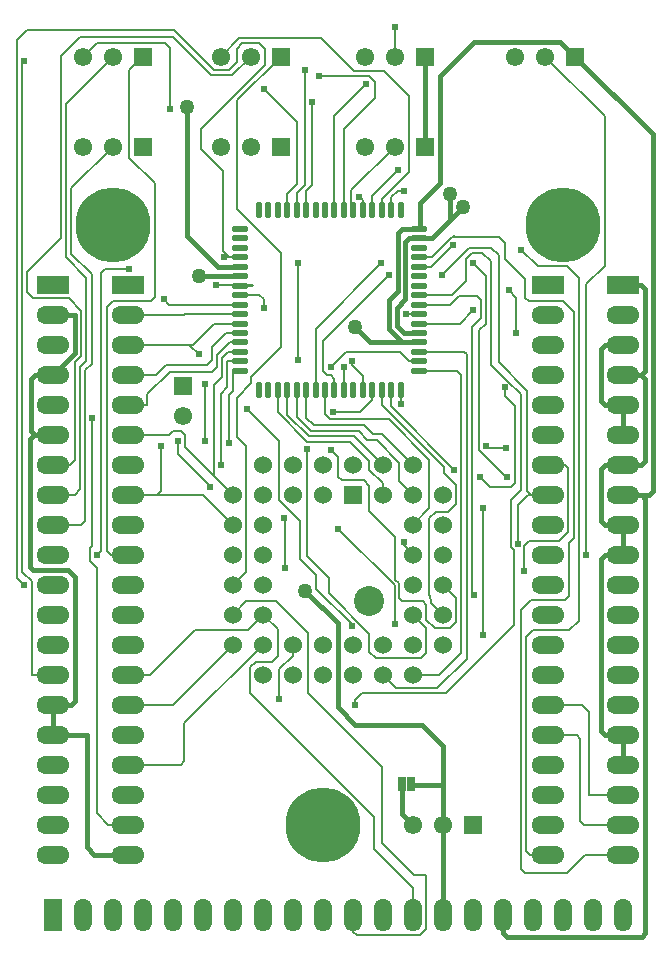
<source format=gbr>
%TF.GenerationSoftware,KiCad,Pcbnew,7.0.2*%
%TF.CreationDate,2023-05-23T14:23:01-07:00*%
%TF.ProjectId,CW308T_87C51,43573330-3854-45f3-9837-4335312e6b69,rev?*%
%TF.SameCoordinates,Original*%
%TF.FileFunction,Copper,L1,Top*%
%TF.FilePolarity,Positive*%
%FSLAX46Y46*%
G04 Gerber Fmt 4.6, Leading zero omitted, Abs format (unit mm)*
G04 Created by KiCad (PCBNEW 7.0.2) date 2023-05-23 14:23:01*
%MOMM*%
%LPD*%
G01*
G04 APERTURE LIST*
%TA.AperFunction,ComponentPad*%
%ADD10R,1.550000X1.550000*%
%TD*%
%TA.AperFunction,ComponentPad*%
%ADD11C,1.550000*%
%TD*%
%TA.AperFunction,ComponentPad*%
%ADD12R,1.524000X1.524000*%
%TD*%
%TA.AperFunction,ComponentPad*%
%ADD13C,1.524000*%
%TD*%
%TA.AperFunction,ComponentPad*%
%ADD14R,2.794000X1.524000*%
%TD*%
%TA.AperFunction,ComponentPad*%
%ADD15O,2.794000X1.524000*%
%TD*%
%TA.AperFunction,ComponentPad*%
%ADD16R,1.524000X2.794000*%
%TD*%
%TA.AperFunction,ComponentPad*%
%ADD17O,1.524000X2.794000*%
%TD*%
%TA.AperFunction,ComponentPad*%
%ADD18C,6.350000*%
%TD*%
%TA.AperFunction,SMDPad,CuDef*%
%ADD19R,0.635000X1.270000*%
%TD*%
%TA.AperFunction,SMDPad,CuDef*%
%ADD20O,0.550000X1.450000*%
%TD*%
%TA.AperFunction,SMDPad,CuDef*%
%ADD21O,1.450000X0.550000*%
%TD*%
%TA.AperFunction,ViaPad*%
%ADD22C,0.609600*%
%TD*%
%TA.AperFunction,ViaPad*%
%ADD23C,2.540000*%
%TD*%
%TA.AperFunction,ViaPad*%
%ADD24C,1.270000*%
%TD*%
%TA.AperFunction,Conductor*%
%ADD25C,0.177800*%
%TD*%
%TA.AperFunction,Conductor*%
%ADD26C,0.406400*%
%TD*%
G04 APERTURE END LIST*
D10*
%TO.P,J11,1,1*%
%TO.N,Net-(J10-VCC5.0V)*%
X83820000Y22860000D03*
D11*
%TO.P,J11,2,2*%
%TO.N,VCC*%
X81280000Y22860000D03*
%TO.P,J11,3,3*%
%TO.N,Net-(J10-VCC3.3V)*%
X78740000Y22860000D03*
%TD*%
D10*
%TO.P,J6,1,1*%
%TO.N,/CPU/51_RESET*%
X55880000Y80264000D03*
D11*
%TO.P,J6,2,2*%
%TO.N,/CPU/GPIO3*%
X53340000Y80264000D03*
%TO.P,J6,3,3*%
%TO.N,/CPU/AVR_GPIO3*%
X50800000Y80264000D03*
%TD*%
D12*
%TO.P,U1,1,NC/EPGND*%
%TO.N,unconnected-(U1-NC{slash}EPGND-Pad1)*%
X73660000Y50800000D03*
D13*
%TO.P,U1,2,P1.0/T2*%
%TO.N,/CPU/PA0*%
X71120000Y53340000D03*
%TO.P,U1,3,P1.1/T2EX*%
%TO.N,/CPU/PA1*%
X71120000Y50800000D03*
%TO.P,U1,4,P1.2*%
%TO.N,/CPU/PA2*%
X68580000Y53340000D03*
%TO.P,U1,5,P1.3*%
%TO.N,/CPU/PA3*%
X68580000Y50800000D03*
%TO.P,U1,6,P1.4*%
%TO.N,/CPU/PA4*%
X66040000Y53340000D03*
%TO.P,U1,7,P1.5*%
%TO.N,/CPU/PA5*%
X63500000Y50800000D03*
%TO.P,U1,8,P1.6*%
%TO.N,/CPU/PA6*%
X66040000Y50800000D03*
%TO.P,U1,9,P1.7*%
%TO.N,/CPU/PA7*%
X63500000Y48260000D03*
%TO.P,U1,10,RESET*%
%TO.N,/CPU/51_RESET*%
X66040000Y48260000D03*
%TO.P,U1,11,P3.0/RxD*%
%TO.N,/CPU/51_RX*%
X63500000Y45720000D03*
%TO.P,U1,12,NC*%
%TO.N,unconnected-(U1-NC-Pad12)*%
X66040000Y45720000D03*
%TO.P,U1,13,P3.1/TxD*%
%TO.N,/CPU/51_TX*%
X63500000Y43180000D03*
%TO.P,U1,14,P3.2/~{INT0}*%
%TO.N,Net-(U1-P3.2{slash}~{INT0})*%
X66040000Y43180000D03*
%TO.P,U1,15,P3.3/~{INT1}*%
%TO.N,/CPU/M0*%
X63500000Y40640000D03*
%TO.P,U1,16,P3.4/T0*%
%TO.N,/CPU/M1*%
X66040000Y40640000D03*
%TO.P,U1,17,P3.5/T1*%
%TO.N,/CPU/M2*%
X63500000Y38100000D03*
%TO.P,U1,18,P3.6/~{WR}*%
%TO.N,/CPU/P3.6*%
X66040000Y35560000D03*
%TO.P,U1,19,P3.7/~{RD}*%
%TO.N,/CPU/P3.7*%
X66040000Y38100000D03*
%TO.P,U1,20,XTAL2*%
%TO.N,Net-(U1-XTAL2)*%
X68580000Y35560000D03*
%TO.P,U1,21,XTAL1*%
%TO.N,Net-(U1-XTAL1)*%
X68580000Y38100000D03*
%TO.P,U1,22,GND*%
%TO.N,GND*%
X71120000Y35560000D03*
%TO.P,U1,23,NC*%
%TO.N,unconnected-(U1-NC-Pad23)*%
X71120000Y38100000D03*
%TO.P,U1,24,P2.0/A8*%
%TO.N,/CPU/PA8*%
X73660000Y35560000D03*
%TO.P,U1,25,P2.1/A9*%
%TO.N,/CPU/PA9*%
X73660000Y38100000D03*
%TO.P,U1,26,P2.2/A10*%
%TO.N,/CPU/PA10*%
X76200000Y35560000D03*
%TO.P,U1,27,P2.3/A11*%
%TO.N,/CPU/PA11*%
X76200000Y38100000D03*
%TO.P,U1,28,P2.4/A12*%
%TO.N,/CPU/LED2*%
X78740000Y35560000D03*
%TO.P,U1,29,P2.5/A13*%
%TO.N,/CPU/LED1*%
X81280000Y38100000D03*
%TO.P,U1,30,P2.6/A14*%
%TO.N,/CPU/P2.6*%
X78740000Y38100000D03*
%TO.P,U1,31,P2.7/A15*%
%TO.N,/CPU/P2.7*%
X81280000Y40640000D03*
%TO.P,U1,32,~{PSEN}*%
%TO.N,/CPU/PSEN*%
X78740000Y40640000D03*
%TO.P,U1,33,ALE/~{PROG}*%
%TO.N,/CPU/ALE{slash}PROG*%
X81280000Y43180000D03*
%TO.P,U1,34,NC*%
%TO.N,unconnected-(U1-NC-Pad34)*%
X78740000Y43180000D03*
%TO.P,U1,35,~{EA}/VPP*%
%TO.N,/CPU/EA{slash}VPP*%
X81280000Y45720000D03*
%TO.P,U1,36,P0.7/AD7*%
%TO.N,/CPU/PD7*%
X78740000Y45720000D03*
%TO.P,U1,37,P0.6/AD6*%
%TO.N,/CPU/PD6*%
X81280000Y48260000D03*
%TO.P,U1,38,P0.5/AD5*%
%TO.N,/CPU/PD5*%
X78740000Y48260000D03*
%TO.P,U1,39,P0.4/AD4*%
%TO.N,/CPU/PD4*%
X81280000Y50800000D03*
%TO.P,U1,40,P0.3/AD3*%
%TO.N,/CPU/PD3*%
X78740000Y53340000D03*
%TO.P,U1,41,P0.2/AD2*%
%TO.N,/CPU/PD2*%
X78740000Y50800000D03*
%TO.P,U1,42,P0.1/AD1*%
%TO.N,/CPU/PD1*%
X76200000Y53340000D03*
%TO.P,U1,43,P0.0/AD0*%
%TO.N,/CPU/PD0*%
X76200000Y50800000D03*
%TO.P,U1,44,VCC*%
%TO.N,/CPU/SHUNTL*%
X73660000Y53340000D03*
%TD*%
D10*
%TO.P,J1,1,1*%
%TO.N,GND*%
X79756000Y87884000D03*
D11*
%TO.P,J1,2,2*%
%TO.N,/CPU/AVR_MODE1*%
X77216000Y87884000D03*
%TO.P,J1,3,3*%
%TO.N,unconnected-(J1-Pad3)*%
X74676000Y87884000D03*
%TD*%
D14*
%TO.P,J10,A1,SPARE1*%
%TO.N,unconnected-(J10-SPARE1-PadA1)*%
X48260000Y68580000D03*
D15*
%TO.P,J10,A2,GND*%
%TO.N,GND*%
X48260000Y66040000D03*
%TO.P,J10,A3,CLKOUT(TO_TARGET)*%
%TO.N,/CWCONN/CLK*%
X48260000Y63500000D03*
%TO.P,J10,A4,GND*%
%TO.N,GND*%
X48260000Y60960000D03*
%TO.P,J10,A5,CLKIN(FROM_TARGET)*%
%TO.N,unconnected-(J10-CLKIN(FROM_TARGET)-PadA5)*%
X48260000Y58420000D03*
%TO.P,J10,A6,GND*%
%TO.N,GND*%
X48260000Y55880000D03*
%TO.P,J10,A7,GPIO1*%
%TO.N,/CWCONN/TX*%
X48260000Y53340000D03*
%TO.P,J10,A8,GPIO2*%
%TO.N,/CWCONN/RX*%
X48260000Y50800000D03*
%TO.P,J10,A9,GPIO3*%
%TO.N,/CWCONN/GPIO3*%
X48260000Y48260000D03*
%TO.P,J10,A10,GPIO4*%
%TO.N,/CWCONN/GPIO4*%
X48260000Y45720000D03*
%TO.P,J10,A11,nRST*%
%TO.N,/CWCONN/AVR_RST*%
X48260000Y43180000D03*
%TO.P,J10,A12,SCK*%
%TO.N,/CWCONN/SCK*%
X48260000Y40640000D03*
%TO.P,J10,A13,MISO*%
%TO.N,/CWCONN/MISO*%
X48260000Y38100000D03*
%TO.P,J10,A14,MOSI*%
%TO.N,/CWCONN/MOSI*%
X48260000Y35560000D03*
%TO.P,J10,A15,GND*%
%TO.N,GND*%
X48260000Y33020000D03*
%TO.P,J10,A16,GND*%
X48260000Y30480000D03*
%TO.P,J10,A17,PDIC*%
%TO.N,unconnected-(J10-PDIC-PadA17)*%
X48260000Y27940000D03*
%TO.P,J10,A18,PDID*%
%TO.N,unconnected-(J10-PDID-PadA18)*%
X48260000Y25400000D03*
%TO.P,J10,A19,SPARE2*%
%TO.N,unconnected-(J10-SPARE2-PadA19)*%
X48260000Y22860000D03*
%TO.P,J10,A20,VREF*%
%TO.N,VCC*%
X48260000Y20320000D03*
D16*
%TO.P,J10,B1,GND*%
%TO.N,unconnected-(J10-GND-PadB1)*%
X48260000Y15240000D03*
D17*
%TO.P,J10,B2,JTAG_TRST*%
%TO.N,unconnected-(J10-JTAG_TRST-PadB2)*%
X50800000Y15240000D03*
%TO.P,J10,B3,JTAG_TDI*%
%TO.N,unconnected-(J10-JTAG_TDI-PadB3)*%
X53340000Y15240000D03*
%TO.P,J10,B4,JTAG_TDO*%
%TO.N,unconnected-(J10-JTAG_TDO-PadB4)*%
X55880000Y15240000D03*
%TO.P,J10,B5,JTAG_TMS*%
%TO.N,unconnected-(J10-JTAG_TMS-PadB5)*%
X58420000Y15240000D03*
%TO.P,J10,B6,JTAG_TCK*%
%TO.N,unconnected-(J10-JTAG_TCK-PadB6)*%
X60960000Y15240000D03*
%TO.P,J10,B7,JTAG_VREF*%
%TO.N,unconnected-(J10-JTAG_VREF-PadB7)*%
X63500000Y15240000D03*
%TO.P,J10,B8,JTAG_nRST*%
%TO.N,unconnected-(J10-JTAG_nRST-PadB8)*%
X66040000Y15240000D03*
%TO.P,J10,B9,GND*%
%TO.N,unconnected-(J10-GND-PadB9)*%
X68580000Y15240000D03*
%TO.P,J10,B10,GND*%
%TO.N,unconnected-(J10-GND-PadB10)*%
X71120000Y15240000D03*
%TO.P,J10,B11,HDR1*%
%TO.N,/CWCONN/M0*%
X73660000Y15240000D03*
%TO.P,J10,B12,HDR2*%
%TO.N,VCC*%
X76200000Y15240000D03*
%TO.P,J10,B13,HDR3*%
%TO.N,/CWCONN/M1*%
X78740000Y15240000D03*
%TO.P,J10,B14,HDR4*%
%TO.N,VCC*%
X81280000Y15240000D03*
%TO.P,J10,B15,HDR5*%
%TO.N,/CWCONN/M2*%
X83820000Y15240000D03*
%TO.P,J10,B16,HDR6*%
%TO.N,VCC*%
X86360000Y15240000D03*
%TO.P,J10,B17,HDR7*%
%TO.N,unconnected-(J10-HDR7-PadB17)*%
X88900000Y15240000D03*
%TO.P,J10,B18,HDR8*%
%TO.N,unconnected-(J10-HDR8-PadB18)*%
X91440000Y15240000D03*
%TO.P,J10,B19,HDR9*%
%TO.N,unconnected-(J10-HDR9-PadB19)*%
X93980000Y15240000D03*
%TO.P,J10,B20,HDR10*%
%TO.N,unconnected-(J10-HDR10-PadB20)*%
X96520000Y15240000D03*
D14*
%TO.P,J10,C1,GND*%
%TO.N,GND*%
X96520000Y68580000D03*
D15*
%TO.P,J10,C2,SHUNTL*%
%TO.N,/CWCONN/SHUNTL*%
X96520000Y66040000D03*
%TO.P,J10,C3,SHUNTH*%
%TO.N,/CWCONN/SHUNTH*%
X96520000Y63500000D03*
%TO.P,J10,C4,GND*%
%TO.N,GND*%
X96520000Y60960000D03*
%TO.P,J10,C5,FILT_LP*%
%TO.N,/CWCONN/SHUNTH*%
X96520000Y58420000D03*
%TO.P,J10,C6,FILT_HP*%
X96520000Y55880000D03*
%TO.P,J10,C7,GND*%
%TO.N,GND*%
X96520000Y53340000D03*
%TO.P,J10,C8,FILTIN*%
%TO.N,VCC*%
X96520000Y50800000D03*
%TO.P,J10,C9,GND*%
%TO.N,GND*%
X96520000Y48260000D03*
%TO.P,J10,C10,GND*%
X96520000Y45720000D03*
%TO.P,J10,C11,VCC1.2V*%
%TO.N,unconnected-(J10-VCC1.2V-PadC11)*%
X96520000Y43180000D03*
%TO.P,J10,C12,VCC1.8V*%
%TO.N,unconnected-(J10-VCC1.8V-PadC12)*%
X96520000Y40640000D03*
%TO.P,J10,C13,VCC2.5V*%
%TO.N,unconnected-(J10-VCC2.5V-PadC13)*%
X96520000Y38100000D03*
%TO.P,J10,C14,VCC3.3V*%
%TO.N,Net-(J10-VCC3.3V)*%
X96520000Y35560000D03*
%TO.P,J10,C15,VCC5.0V*%
%TO.N,Net-(J10-VCC5.0V)*%
X96520000Y33020000D03*
%TO.P,J10,C16,GND*%
%TO.N,GND*%
X96520000Y30480000D03*
%TO.P,J10,C17,GND*%
X96520000Y27940000D03*
%TO.P,J10,C18,LED1*%
%TO.N,/CWCONN/LED1*%
X96520000Y25400000D03*
%TO.P,J10,C19,LED2*%
%TO.N,/CWCONN/LED2*%
X96520000Y22860000D03*
%TO.P,J10,C20,LED3*%
%TO.N,/CWCONN/LED3*%
X96520000Y20320000D03*
D18*
%TO.P,J10,MH1*%
%TO.N,N/C*%
X53340000Y73660000D03*
%TO.P,J10,MH2*%
X71120000Y22860000D03*
X91440000Y73660000D03*
%TD*%
D14*
%TO.P,J8,1*%
%TO.N,/CPU/SHUNTL*%
X90170000Y68580000D03*
D15*
%TO.P,J8,2*%
%TO.N,/CPU/PD0*%
X90170000Y66040000D03*
%TO.P,J8,3*%
%TO.N,/CPU/PD1*%
X90170000Y63500000D03*
%TO.P,J8,4*%
%TO.N,/CPU/PD2*%
X90170000Y60960000D03*
%TO.P,J8,5*%
%TO.N,/CPU/PD3*%
X90170000Y58420000D03*
%TO.P,J8,6*%
%TO.N,/CPU/PD4*%
X90170000Y55880000D03*
%TO.P,J8,7*%
%TO.N,/CPU/PD5*%
X90170000Y53340000D03*
%TO.P,J8,8*%
%TO.N,/CPU/PD6*%
X90170000Y50800000D03*
%TO.P,J8,9*%
%TO.N,/CPU/PD7*%
X90170000Y48260000D03*
%TO.P,J8,10*%
%TO.N,/CPU/EA{slash}VPP*%
X90170000Y45720000D03*
%TO.P,J8,11*%
%TO.N,/CPU/ALE{slash}PROG*%
X90170000Y43180000D03*
%TO.P,J8,12*%
%TO.N,/CPU/PSEN*%
X90170000Y40640000D03*
%TO.P,J8,13*%
%TO.N,/CPU/P2.7*%
X90170000Y38100000D03*
%TO.P,J8,14*%
%TO.N,/CPU/P2.6*%
X90170000Y35560000D03*
%TO.P,J8,15*%
%TO.N,/CPU/LED1*%
X90170000Y33020000D03*
%TO.P,J8,16*%
%TO.N,/CPU/LED2*%
X90170000Y30480000D03*
%TO.P,J8,17*%
%TO.N,/CPU/PA11*%
X90170000Y27940000D03*
%TO.P,J8,18*%
%TO.N,/CPU/PA10*%
X90170000Y25400000D03*
%TO.P,J8,19*%
%TO.N,/CPU/PA9*%
X90170000Y22860000D03*
%TO.P,J8,20*%
%TO.N,/CPU/PA8*%
X90170000Y20320000D03*
%TD*%
D10*
%TO.P,J5,1,1*%
%TO.N,/CPU/PA0*%
X67564000Y80264000D03*
D11*
%TO.P,J5,2,2*%
%TO.N,/CPU/GPIO4*%
X65024000Y80264000D03*
%TO.P,J5,3,3*%
%TO.N,/CPU/AVR_TRIG*%
X62484000Y80264000D03*
%TD*%
D10*
%TO.P,J3,1,1*%
%TO.N,/CPU/51_TX*%
X67564000Y87884000D03*
D11*
%TO.P,J3,2,2*%
%TO.N,/CPU/TX*%
X65024000Y87884000D03*
%TO.P,J3,3,3*%
%TO.N,/CPU/AVR_TX*%
X62484000Y87884000D03*
%TD*%
D10*
%TO.P,J4,1,1*%
%TO.N,/CPU/51_RX*%
X55880000Y87884000D03*
D11*
%TO.P,J4,2,2*%
%TO.N,/CPU/RX*%
X53340000Y87884000D03*
%TO.P,J4,3,3*%
%TO.N,/CPU/AVR_RX*%
X50800000Y87884000D03*
%TD*%
D19*
%TO.P,SJ1,1,1*%
%TO.N,Net-(J10-VCC3.3V)*%
X77788100Y26300000D03*
%TO.P,SJ1,2,2*%
%TO.N,VCC*%
X78611900Y26300000D03*
%TD*%
D10*
%TO.P,J7,1,1*%
%TO.N,GND*%
X79756000Y80264000D03*
D11*
%TO.P,J7,2,2*%
%TO.N,/CPU/AVR_MODE2*%
X77216000Y80264000D03*
%TO.P,J7,3,3*%
%TO.N,unconnected-(J7-Pad3)*%
X74676000Y80264000D03*
%TD*%
D14*
%TO.P,J9,1*%
%TO.N,/CPU/PA0*%
X54610000Y68580000D03*
D15*
%TO.P,J9,2*%
%TO.N,/CPU/PA1*%
X54610000Y66040000D03*
%TO.P,J9,3*%
%TO.N,/CPU/PA2*%
X54610000Y63500000D03*
%TO.P,J9,4*%
%TO.N,/CPU/PA3*%
X54610000Y60960000D03*
%TO.P,J9,5*%
%TO.N,/CPU/PA4*%
X54610000Y58420000D03*
%TO.P,J9,6*%
%TO.N,/CPU/PA5*%
X54610000Y55880000D03*
%TO.P,J9,7*%
%TO.N,/CPU/PA6*%
X54610000Y53340000D03*
%TO.P,J9,8*%
%TO.N,/CPU/PA7*%
X54610000Y50800000D03*
%TO.P,J9,9*%
%TO.N,/CPU/51_RESET*%
X54610000Y48260000D03*
%TO.P,J9,10*%
%TO.N,/CPU/51_RX*%
X54610000Y45720000D03*
%TO.P,J9,11*%
%TO.N,/CPU/51_TX*%
X54610000Y43180000D03*
%TO.P,J9,12*%
%TO.N,Net-(U1-P3.2{slash}~{INT0})*%
X54610000Y40640000D03*
%TO.P,J9,13*%
%TO.N,/CPU/M0*%
X54610000Y38100000D03*
%TO.P,J9,14*%
%TO.N,/CPU/M1*%
X54610000Y35560000D03*
%TO.P,J9,15*%
%TO.N,/CPU/M2*%
X54610000Y33020000D03*
%TO.P,J9,16*%
%TO.N,/CPU/P3.6*%
X54610000Y30480000D03*
%TO.P,J9,17*%
%TO.N,/CPU/P3.7*%
X54610000Y27940000D03*
%TO.P,J9,18*%
%TO.N,Net-(U1-XTAL2)*%
X54610000Y25400000D03*
%TO.P,J9,19*%
%TO.N,Net-(U1-XTAL1)*%
X54610000Y22860000D03*
%TO.P,J9,20*%
%TO.N,GND*%
X54610000Y20320000D03*
%TD*%
D20*
%TO.P,U3,1,DNC*%
%TO.N,unconnected-(U3-DNC-Pad1)*%
X77700020Y74899980D03*
%TO.P,U3,2,PE0_(RXD/PCINT0)*%
%TO.N,/CPU/AVR_RX*%
X76900020Y74899980D03*
%TO.P,U3,3,PE1_(TXD/PCINT1)*%
%TO.N,/CPU/AVR_TX*%
X76099980Y74899980D03*
%TO.P,U3,4,PE2_(XCK/AIN0/PCINT2)*%
%TO.N,/CPU/AVR_MODE1*%
X75299980Y74899980D03*
%TO.P,U3,5,PE3_(AIN1/PCINT3)*%
%TO.N,/CPU/AVR_TRIG*%
X74499980Y74899980D03*
%TO.P,U3,6,PE4_(USCK/SCL/PCINT4)*%
%TO.N,/CPU/AVR_MODE2*%
X73699980Y74899980D03*
%TO.P,U3,7,PE5_(DI/SDA/PCINT5)*%
%TO.N,/CPU/AVR_GPIO3*%
X72899980Y74899980D03*
%TO.P,U3,8,PE6_(DO/PCINT6)*%
%TO.N,/CPU/AVR_EA*%
X72099980Y74899980D03*
%TO.P,U3,9,PE7_(CLKO/PCINT7)*%
%TO.N,unconnected-(U3-PE7_(CLKO{slash}PCINT7)-Pad9)*%
X71299980Y74899980D03*
%TO.P,U3,10,PB0_(~{SS}/PCINT8)*%
%TO.N,unconnected-(U3-PB0_(~{SS}{slash}PCINT8)-Pad10)*%
X70499990Y74899980D03*
%TO.P,U3,11,PB1_(SCK/PCINT9)*%
%TO.N,/CPU/SCK*%
X69699990Y74899980D03*
%TO.P,U3,12,PB2_(MOSI/PCINT10)*%
%TO.N,/CPU/MOSI*%
X68899990Y74899980D03*
%TO.P,U3,13,PB3_(MISO/PCINT11)*%
%TO.N,/CPU/MISO*%
X68099990Y74899980D03*
%TO.P,U3,14,PB4_(OC0A/PCINT12)*%
%TO.N,unconnected-(U3-PB4_(OC0A{slash}PCINT12)-Pad14)*%
X67299990Y74899980D03*
%TO.P,U3,15,PB5_(OC1A/PCINT13)*%
%TO.N,unconnected-(U3-PB5_(OC1A{slash}PCINT13)-Pad15)*%
X66499990Y74899980D03*
%TO.P,U3,16,PB6_(OC1B/PCINT14)*%
%TO.N,unconnected-(U3-PB6_(OC1B{slash}PCINT14)-Pad16)*%
X65700000Y74899980D03*
D21*
%TO.P,U3,17,PB7_(OC2A/PCINT15)*%
%TO.N,unconnected-(U3-PB7_(OC2A{slash}PCINT15)-Pad17)*%
X64100000Y73299980D03*
%TO.P,U3,18,PG3_(T1)*%
%TO.N,unconnected-(U3-PG3_(T1)-Pad18)*%
X64100000Y72499980D03*
%TO.P,U3,19,PG4_(T0)*%
%TO.N,unconnected-(U3-PG4_(T0)-Pad19)*%
X64100000Y71699980D03*
%TO.P,U3,20,PG5/~{RESET}*%
%TO.N,/CPU/AVR_RST*%
X64100000Y70899990D03*
%TO.P,U3,21,VCC*%
%TO.N,VCC*%
X64100000Y70099990D03*
%TO.P,U3,22,GND*%
%TO.N,GND*%
X64100000Y69299990D03*
%TO.P,U3,23,(TOSC2)_XTAL2*%
%TO.N,Net-(U3-(TOSC2)_XTAL2)*%
X64100000Y68499990D03*
%TO.P,U3,24,(TOSC1)_XTAL1*%
%TO.N,Net-(U3-(TOSC1)_XTAL1)*%
X64100000Y67699990D03*
%TO.P,U3,25,PD0_(ICP1)*%
%TO.N,/CPU/PA0*%
X64100000Y66899990D03*
%TO.P,U3,26,PD1_(INT0)*%
%TO.N,/CPU/PA1*%
X64100000Y66100000D03*
%TO.P,U3,27,PD2*%
%TO.N,/CPU/PA2*%
X64100000Y65300000D03*
%TO.P,U3,28,PD3*%
%TO.N,/CPU/PA3*%
X64100000Y64500000D03*
%TO.P,U3,29,PD4*%
%TO.N,/CPU/PA4*%
X64100000Y63700000D03*
%TO.P,U3,30,PD5*%
%TO.N,/CPU/PA5*%
X64100000Y62900000D03*
%TO.P,U3,31,PD6*%
%TO.N,/CPU/PA6*%
X64100000Y62100000D03*
%TO.P,U3,32,PD7*%
%TO.N,/CPU/PA7*%
X64100000Y61300000D03*
D20*
%TO.P,U3,33,PG0*%
%TO.N,unconnected-(U3-PG0-Pad33)*%
X65700000Y59700010D03*
%TO.P,U3,34,PG1*%
%TO.N,unconnected-(U3-PG1-Pad34)*%
X66499990Y59700010D03*
%TO.P,U3,35,PC0*%
%TO.N,/CPU/PD0*%
X67299990Y59700010D03*
%TO.P,U3,36,PC1*%
%TO.N,/CPU/PD1*%
X68099990Y59700010D03*
%TO.P,U3,37,PC2*%
%TO.N,/CPU/PD2*%
X68899990Y59700010D03*
%TO.P,U3,38,PC3*%
%TO.N,/CPU/PD3*%
X69699990Y59700010D03*
%TO.P,U3,39,PC4*%
%TO.N,/CPU/PD4*%
X70499990Y59700010D03*
%TO.P,U3,40,PC5*%
%TO.N,/CPU/PD5*%
X71299980Y59700010D03*
%TO.P,U3,41,PC6*%
%TO.N,/CPU/PD6*%
X72099980Y59700010D03*
%TO.P,U3,42,PC7*%
%TO.N,/CPU/PD7*%
X72899980Y59700010D03*
%TO.P,U3,43,PG2*%
%TO.N,unconnected-(U3-PG2-Pad43)*%
X73699980Y59700010D03*
%TO.P,U3,44,PA7*%
%TO.N,/CPU/ALE{slash}PROG*%
X74499980Y59700010D03*
%TO.P,U3,45,PA6*%
%TO.N,/CPU/PSEN*%
X75299980Y59700010D03*
%TO.P,U3,46,PA5*%
%TO.N,/CPU/P2.7*%
X76099980Y59700010D03*
%TO.P,U3,47,PA4*%
%TO.N,/CPU/P2.6*%
X76900020Y59700010D03*
%TO.P,U3,48,PA3*%
%TO.N,/CPU/LED1*%
X77700020Y59700010D03*
D21*
%TO.P,U3,49,PA2*%
%TO.N,/CPU/LED2*%
X79300020Y61300000D03*
%TO.P,U3,50,PA1*%
%TO.N,/CPU/PA11*%
X79300020Y62100000D03*
%TO.P,U3,51,PA0*%
%TO.N,/CPU/PA10*%
X79300020Y62900000D03*
%TO.P,U3,52,VCC*%
%TO.N,VCC*%
X79300020Y63700000D03*
%TO.P,U3,53,GND*%
%TO.N,GND*%
X79300020Y64500000D03*
%TO.P,U3,54,PF7_(ADC7/TDI)*%
%TO.N,/CPU/PA9*%
X79300020Y65300000D03*
%TO.P,U3,55,PF6_(ADC6/TDO)*%
%TO.N,/CPU/PA8*%
X79300020Y66100000D03*
%TO.P,U3,56,PF5_(ADC5/TMS)*%
%TO.N,/CPU/P3.7*%
X79300020Y66899990D03*
%TO.P,U3,57,PF4_(ADC4/TCK)*%
%TO.N,/CPU/P3.6*%
X79300020Y67699990D03*
%TO.P,U3,58,PF3_(ADC3)*%
%TO.N,unconnected-(U3-PF3_(ADC3)-Pad58)*%
X79300020Y68499990D03*
%TO.P,U3,59,PF2_(ADC2)*%
%TO.N,unconnected-(U3-PF2_(ADC2)-Pad59)*%
X79300020Y69299990D03*
%TO.P,U3,60,PF1_(ADC1)*%
%TO.N,/CPU/51_RESET*%
X79300020Y70099990D03*
%TO.P,U3,61,PF0_(ADC0)*%
%TO.N,/CPU/LED3*%
X79300020Y70899990D03*
%TO.P,U3,62,AREF*%
%TO.N,unconnected-(U3-AREF-Pad62)*%
X79300020Y71699980D03*
%TO.P,U3,63,GND*%
%TO.N,GND*%
X79300020Y72499980D03*
%TO.P,U3,64,AVCC*%
%TO.N,VCC*%
X79300020Y73299980D03*
%TD*%
D10*
%TO.P,J12,1,1*%
%TO.N,Net-(U3-(TOSC1)_XTAL1)*%
X59258200Y60020200D03*
D11*
%TO.P,J12,2,2*%
%TO.N,/CPU/CLK*%
X59258200Y57480200D03*
%TD*%
D10*
%TO.P,J2,1,1*%
%TO.N,VCC*%
X92456000Y87884000D03*
D11*
%TO.P,J2,2,2*%
%TO.N,/CPU/EA{slash}VPP*%
X89916000Y87884000D03*
%TO.P,J2,3,3*%
%TO.N,/CPU/AVR_EA*%
X87376000Y87884000D03*
%TD*%
D22*
%TO.N,*%
X45796200Y43180000D03*
X45796200Y87528400D03*
X69570600Y86741000D03*
X52019200Y45720000D03*
X66103500Y85166200D03*
X72440800Y47917100D03*
X54686200Y69926200D03*
X62763400Y70899990D03*
X77200000Y39900000D03*
X77700020Y58521600D03*
D23*
X75000000Y41800020D03*
D22*
X70231000Y84074000D03*
%TO.N,/CPU/51_RESET*%
X82156300Y71958200D03*
%TO.N,Net-(U3-(TOSC2)_XTAL2)*%
X62100000Y68600000D03*
%TO.N,Net-(U3-(TOSC1)_XTAL1)*%
X66100000Y66600000D03*
%TO.N,/CPU/AVR_MODE1*%
X77216000Y90424000D03*
X77495400Y78333600D03*
%TO.N,/CPU/EA{slash}VPP*%
X93421200Y45720000D03*
%TO.N,/CPU/AVR_EA*%
X74790300Y85585300D03*
%TO.N,/CPU/AVR_RX*%
X77978000Y76555600D03*
X58153300Y83464400D03*
%TO.N,/CPU/PA0*%
X69011800Y70408800D03*
X68999810Y62199830D03*
X57632600Y67386200D03*
%TO.N,/CPU/AVR_TRIG*%
X74218800Y76047600D03*
%TO.N,/CPU/AVR_GPIO3*%
X70782940Y86251540D03*
%TO.N,/CPU/PD1*%
X86842600Y68140170D03*
X87500000Y64500000D03*
%TO.N,/CPU/PD2*%
X86500000Y59900000D03*
X84453630Y52273200D03*
%TO.N,/CPU/PD3*%
X86600000Y54800000D03*
X84900000Y54902600D03*
%TO.N,/CPU/PD4*%
X86700000Y52300000D03*
X83870800Y70408800D03*
X76047600Y70408800D03*
%TO.N,/CPU/PD5*%
X88188800Y44323000D03*
%TO.N,/CPU/PD6*%
X81203800Y69443600D03*
X87600000Y46600000D03*
X76682600Y69443600D03*
%TO.N,/CPU/PD7*%
X67800000Y48800000D03*
X58837370Y55372000D03*
X72899800Y61599830D03*
X67900000Y44600000D03*
X61600000Y51500000D03*
X61163200Y60147200D03*
X61163200Y55372000D03*
X77952600Y46812200D03*
%TO.N,/CPU/ALE{slash}PROG*%
X71780400Y54610000D03*
X73579100Y62100000D03*
%TO.N,/CPU/PSEN*%
X69800000Y54700000D03*
X72000000Y57800000D03*
D24*
%TO.N,GND*%
X60616190Y69299990D03*
X81889600Y76301600D03*
X83013550Y75177650D03*
D22*
%TO.N,/CPU/P2.6*%
X82257900Y52933600D03*
X84709000Y49682400D03*
X84709000Y38887400D03*
%TO.N,/CPU/PA11*%
X71805800Y61595000D03*
X64719200Y58064400D03*
X73600000Y39700000D03*
%TO.N,/CPU/PA9*%
X83845400Y66438220D03*
%TO.N,/CPU/PA8*%
X87934800Y71501000D03*
X78130400Y66100000D03*
%TO.N,/CPU/PA2*%
X60604400Y62687200D03*
%TO.N,/CPU/PA6*%
X62509400Y53340000D03*
%TO.N,/CPU/PA7*%
X63195200Y55143400D03*
X57404000Y54889400D03*
%TO.N,/CPU/P3.6*%
X73800000Y33000000D03*
D24*
%TO.N,VCC*%
X59613800Y83629500D03*
X69596000Y42672000D03*
X73799700Y65024000D03*
D22*
%TO.N,/CPU/P3.7*%
X83896200Y42316400D03*
%TO.N,Net-(U1-XTAL1)*%
X51587400Y57277000D03*
X67437000Y33528000D03*
%TD*%
D25*
%TO.N,*%
X50660300Y62525960D02*
X50660300Y66395600D01*
X51092100Y62166500D02*
X51092100Y69192900D01*
D26*
X94983300Y58420000D02*
X96520000Y58420000D01*
D25*
X70231000Y77035810D02*
X70231000Y84074000D01*
X82084220Y72618600D02*
X82200000Y72734390D01*
X86029800Y72618600D02*
X86537800Y72110600D01*
X60782200Y81762600D02*
X66192400Y87172800D01*
X50520600Y89535000D02*
X58394600Y89535000D01*
X77200000Y39900000D02*
X77200000Y43157900D01*
X66192400Y87172800D02*
X66192400Y88557100D01*
X68099990Y76304190D02*
X68910200Y77114400D01*
X66040000Y40640000D02*
X67279520Y39400480D01*
X56515000Y35560000D02*
X60325000Y39370000D01*
X50152300Y53759100D02*
X50152300Y62017960D01*
X45224700Y43751500D02*
X45224700Y89344500D01*
X50660300Y48260000D02*
X50977800Y48577500D01*
X63830200Y88557100D02*
X64300100Y89027000D01*
X77700020Y58521600D02*
X77700020Y59700010D01*
X79300020Y61300000D02*
X82489400Y61300000D01*
X88265000Y67475100D02*
X88265000Y69062600D01*
X54610000Y35560000D02*
X56515000Y35560000D01*
X58420000Y33020000D02*
X63500000Y38100000D01*
X54610000Y33020000D02*
X58420000Y33020000D01*
X75429200Y20770800D02*
X75600000Y20600000D01*
X88557100Y67183000D02*
X91414600Y67183000D01*
X92341700Y47175120D02*
X92341700Y66255900D01*
D26*
X96520000Y55880000D02*
X96520000Y58420000D01*
D25*
X62661800Y71420690D02*
X63182500Y70899990D01*
X51536600Y61912500D02*
X51536600Y69480180D01*
X93662500Y25400000D02*
X93662500Y32385000D01*
X50114200Y50800000D02*
X50584100Y51269900D01*
X49733200Y53340000D02*
X50152300Y53759100D01*
X61937600Y86741000D02*
X63157410Y86741000D01*
X75600000Y20600000D02*
X75640000Y20600000D01*
X72440800Y47917100D02*
X77200000Y43157900D01*
X69699990Y76504800D02*
X70231000Y77035810D01*
X91605100Y41910000D02*
X91922600Y42227500D01*
X91770200Y18745200D02*
X93345000Y20320000D01*
X46088300Y67945000D02*
X46088300Y69684900D01*
X64922400Y34036000D02*
X75429200Y23529200D01*
X49352200Y70932800D02*
X49352200Y83896200D01*
X78740000Y15240000D02*
X78740000Y17500000D01*
X68899990Y76327000D02*
X69570600Y76997610D01*
X60782200Y80060800D02*
X60782200Y81762600D01*
X46570900Y67462400D02*
X49593500Y67462400D01*
X92913200Y23177500D02*
X92913200Y30162500D01*
X93662500Y25400000D02*
X96520000Y25400000D01*
X49822100Y71194680D02*
X51536600Y69480180D01*
X82084220Y72618600D02*
X86029800Y72618600D01*
X87858600Y19151600D02*
X88265000Y18745200D01*
X48260000Y50800000D02*
X50114200Y50800000D01*
X68099990Y74899980D02*
X68099990Y76304190D01*
X87858600Y41033700D02*
X88734900Y41910000D01*
X48260000Y53340000D02*
X49733200Y53340000D01*
X93345000Y20320000D02*
X96520000Y20320000D01*
X76100000Y21300000D02*
X78800000Y18600000D01*
X80365600Y70899990D02*
X80365600Y70939800D01*
X58394600Y89535000D02*
X61620400Y86309200D01*
X81969920Y72504300D02*
X82084220Y72618600D01*
X88265000Y18745200D02*
X91770200Y18745200D01*
X63830200Y87413800D02*
X63830200Y88557100D01*
X93027500Y33020000D02*
X93662500Y32385000D01*
X92595700Y30480000D02*
X92913200Y30162500D01*
X46050200Y90170000D02*
X58508600Y90170000D01*
X69570600Y76997610D02*
X69570600Y86741000D01*
X46088300Y67945000D02*
X46570900Y67462400D01*
X90170000Y30480000D02*
X92595700Y30480000D01*
X45656500Y44284900D02*
X46482000Y43459400D01*
X60782200Y80060800D02*
X62661800Y78181200D01*
D26*
X94983300Y63500000D02*
X96520000Y63500000D01*
D25*
X48920400Y87934800D02*
X50520600Y89535000D01*
X64300100Y89027000D02*
X65722500Y89027000D01*
X68899990Y74899980D02*
X68899990Y76327000D01*
X45224700Y89344500D02*
X46050200Y90170000D01*
X79300020Y70899990D02*
X80365600Y70899990D01*
X50977800Y61353700D02*
X51536600Y61912500D01*
X67132200Y41783000D02*
X69850000Y39065200D01*
X88265000Y67475100D02*
X88557100Y67183000D01*
X66809620Y36677600D02*
X67279520Y37147500D01*
X73977500Y13487400D02*
X79375000Y13487400D01*
X80365600Y70939800D02*
X81930100Y72504300D01*
X49822100Y71194680D02*
X49822100Y76746100D01*
X69699990Y74899980D02*
X69699990Y76504800D01*
X79375000Y13487400D02*
X79883000Y13995400D01*
X65417700Y36677600D02*
X66809620Y36677600D01*
X78740000Y35560000D02*
X80975200Y35560000D01*
X52324000Y46024800D02*
X52324000Y69545200D01*
X65722500Y89027000D02*
X66192400Y88557100D01*
X78800000Y18600000D02*
X79883000Y18600000D01*
X92913200Y23177500D02*
X93230700Y22860000D01*
X69850000Y33985510D02*
X69850000Y39065200D01*
X50584100Y61658500D02*
X51092100Y62166500D01*
X45224700Y43751500D02*
X45796200Y43180000D01*
X49352200Y70932800D02*
X51092100Y69192900D01*
X49352200Y83896200D02*
X53340000Y87884000D01*
X67279520Y37147500D02*
X67279520Y39400480D01*
X87858600Y19151600D02*
X87858600Y41033700D01*
X64922400Y34036000D02*
X64922400Y36182300D01*
X79883000Y13995400D02*
X79883000Y18600000D01*
X63157410Y86741000D02*
X63830200Y87413800D01*
X66103500Y85166200D02*
X68910200Y82359500D01*
X61620400Y86309200D02*
X63449200Y86309200D01*
X52705000Y69926200D02*
X54686200Y69926200D01*
X91922600Y46756020D02*
X92341700Y47175120D01*
X88734900Y41910000D02*
X91605100Y41910000D01*
X64770000Y39370000D02*
X66040000Y40640000D01*
X52324000Y69545200D02*
X52705000Y69926200D01*
X63449200Y86309200D02*
X65024000Y87884000D01*
X46482000Y35560000D02*
X48260000Y35560000D01*
X73660000Y13804900D02*
X73977500Y13487400D01*
X68910200Y77114400D02*
X68910200Y82359500D01*
X63182500Y70899990D02*
X64100000Y70899990D01*
X93230700Y22860000D02*
X96520000Y22860000D01*
X50977800Y48577500D02*
X50977800Y61353700D01*
X80975200Y35560000D02*
X82829400Y37414200D01*
X50152300Y62017960D02*
X50660300Y62525960D01*
X90170000Y33020000D02*
X93027500Y33020000D01*
X69850000Y33985510D02*
X76100000Y27735510D01*
X48920400Y72517000D02*
X48920400Y87934800D01*
X46088300Y69684900D02*
X48920400Y72517000D01*
X64922400Y36182300D02*
X65417700Y36677600D01*
X46482000Y35560000D02*
X46482000Y43459400D01*
X75429200Y20770800D02*
X75429200Y23529200D01*
X58508600Y90170000D02*
X61937600Y86741000D01*
X62763400Y70899990D02*
X63182500Y70899990D01*
X76100000Y21300000D02*
X76100000Y27735510D01*
X52019200Y45720000D02*
X52324000Y46024800D01*
X81930100Y72504300D02*
X81969920Y72504300D01*
X50584100Y51269900D02*
X50584100Y61658500D01*
X48260000Y48260000D02*
X50660300Y48260000D01*
X91922600Y42227500D02*
X91922600Y46756020D01*
X82829400Y37414200D02*
X82829400Y60960000D01*
X62661800Y71420690D02*
X62661800Y78181200D01*
X82489400Y61300000D02*
X82829400Y60960000D01*
D26*
X94665800Y63182500D02*
X94983300Y63500000D01*
D25*
X63500000Y40640000D02*
X64643000Y41783000D01*
X73660000Y13804900D02*
X73660000Y15240000D01*
X45656500Y44284900D02*
X45656500Y87388700D01*
X82200000Y72734390D02*
X82200000Y72800000D01*
X86537800Y70789800D02*
X86537800Y72110600D01*
X45656500Y87388700D02*
X45796200Y87528400D01*
X75640000Y20600000D02*
X78740000Y17500000D01*
X60325000Y39370000D02*
X64770000Y39370000D01*
D26*
X94665800Y58737500D02*
X94983300Y58420000D01*
D25*
X64643000Y41783000D02*
X67132200Y41783000D01*
X86537800Y70789800D02*
X88265000Y69062600D01*
X49593500Y67462400D02*
X50660300Y66395600D01*
X49822100Y76746100D02*
X53340000Y80264000D01*
X91414600Y67183000D02*
X92341700Y66255900D01*
D26*
X94665800Y58737500D02*
X94665800Y63182500D01*
D25*
%TO.N,/CPU/51_RESET*%
X80298090Y70099990D02*
X82156300Y71958200D01*
X79300020Y70099990D02*
X80298090Y70099990D01*
%TO.N,Net-(U3-(TOSC2)_XTAL2)*%
X65087500Y68499990D02*
X65187510Y68600000D01*
X62100000Y68600000D02*
X65187510Y68600000D01*
X64100000Y68499990D02*
X65087500Y68499990D01*
%TO.N,Net-(U3-(TOSC1)_XTAL1)*%
X66100000Y66600000D02*
X66100000Y67335190D01*
X65735200Y67699990D02*
X66100000Y67335190D01*
X64100000Y67699990D02*
X65735200Y67699990D01*
%TO.N,/CPU/AVR_MODE1*%
X77216000Y87884000D02*
X77216000Y90424000D01*
X75299980Y76138180D02*
X77495400Y78333600D01*
X75299980Y74899980D02*
X75299980Y76138180D01*
%TO.N,/CPU/EA{slash}VPP*%
X94970600Y70180200D02*
X94970600Y82829400D01*
X89916000Y87884000D02*
X94970600Y82829400D01*
X93421200Y45720000D02*
X93421200Y68630800D01*
X93421200Y68630800D02*
X94970600Y70180200D01*
%TO.N,/CPU/AVR_EA*%
X72099980Y82894980D02*
X74790300Y85585300D01*
X72099980Y74899980D02*
X72099980Y82894980D01*
%TO.N,/CPU/51_TX*%
X63881000Y74955400D02*
X63881000Y84201000D01*
X63500000Y43180000D02*
X64617600Y44297600D01*
X63881000Y74955400D02*
X67600000Y71236400D01*
X64617600Y44297600D02*
X64617600Y54889400D01*
X63881000Y84201000D02*
X67564000Y87884000D01*
X67600000Y63282000D02*
X67600000Y71236400D01*
X63830200Y55676800D02*
X63830200Y59004200D01*
X63830200Y55676800D02*
X64617600Y54889400D01*
X65074800Y60248800D02*
X65074800Y60756800D01*
X65074800Y60756800D02*
X67600000Y63282000D01*
X63830200Y59004200D02*
X65074800Y60248800D01*
%TO.N,/CPU/AVR_TX*%
X62484000Y87884000D02*
X64058800Y89458800D01*
X73761600Y86690200D02*
X76296930Y86690200D01*
X78384400Y78141420D02*
X78384400Y84602730D01*
X76099980Y74899980D02*
X76099980Y75857000D01*
X70993000Y89458800D02*
X73761600Y86690200D01*
X64058800Y89458800D02*
X70993000Y89458800D01*
X76296930Y86690200D02*
X78384400Y84602730D01*
X76099980Y75857000D02*
X78384400Y78141420D01*
%TO.N,/CPU/51_RX*%
X52857400Y46037500D02*
X52857400Y66675000D01*
X54737000Y79324200D02*
X54737000Y86741000D01*
X53365400Y67183000D02*
X56540400Y67183000D01*
X53174900Y45720000D02*
X54610000Y45720000D01*
X54737000Y86741000D02*
X55880000Y87884000D01*
X54737000Y79324200D02*
X56896000Y77165200D01*
X56896000Y67538600D02*
X56896000Y77165200D01*
X56540400Y67183000D02*
X56896000Y67538600D01*
X52857400Y66675000D02*
X53365400Y67183000D01*
X52857400Y46037500D02*
X53174900Y45720000D01*
%TO.N,/CPU/AVR_RX*%
X76900020Y76011020D02*
X77444600Y76555600D01*
X50800000Y87884000D02*
X51968400Y89052400D01*
X57759600Y89052400D02*
X58153300Y88658700D01*
X77444600Y76555600D02*
X77978000Y76555600D01*
X51968400Y89052400D02*
X57759600Y89052400D01*
X76900020Y74899980D02*
X76900020Y76011020D01*
X58153300Y83464400D02*
X58153300Y88658700D01*
%TO.N,/CPU/PA0*%
X57632600Y67386200D02*
X58118810Y66899990D01*
X68999810Y70396810D02*
X69011800Y70408800D01*
X58118810Y66899990D02*
X64100000Y66899990D01*
X68999810Y62199830D02*
X68999810Y70396810D01*
%TO.N,/CPU/AVR_TRIG*%
X74218800Y76047600D02*
X74499980Y75766420D01*
X74499980Y74899980D02*
X74499980Y75766420D01*
%TO.N,/CPU/AVR_GPIO3*%
X72899980Y81789980D02*
X75514200Y84404200D01*
X75514200Y84404200D02*
X75514200Y85725000D01*
X70782940Y86251540D02*
X74987660Y86251540D01*
X74987660Y86251540D02*
X75514200Y85725000D01*
X72899980Y74899980D02*
X72899980Y81789980D01*
%TO.N,/CPU/AVR_MODE2*%
X73533000Y75566880D02*
X73533000Y76581000D01*
X73533000Y76581000D02*
X77216000Y80264000D01*
X73699980Y74899980D02*
X73699980Y75399900D01*
X73533000Y75566880D02*
X73699980Y75399900D01*
%TO.N,/CPU/PD0*%
X67299990Y57771130D02*
X69775320Y55295800D01*
X67299990Y57771130D02*
X67299990Y59700010D01*
X75057000Y52920390D02*
X76200000Y51777390D01*
X69775320Y55295800D02*
X73456800Y55295800D01*
X76200000Y50800000D02*
X76200000Y51777390D01*
X75057000Y52920390D02*
X75057000Y53695600D01*
X73456800Y55295800D02*
X75057000Y53695600D01*
%TO.N,/CPU/PD1*%
X86842600Y68140170D02*
X87500000Y67482770D01*
X69928790Y55753000D02*
X73787000Y55753000D01*
X68099990Y57581800D02*
X69928790Y55753000D01*
X68099990Y57581800D02*
X68099990Y59700010D01*
X73787000Y55753000D02*
X76200000Y53340000D01*
X87500000Y64500000D02*
X87500000Y67482770D01*
%TO.N,/CPU/PD2*%
X77597000Y51943000D02*
X78740000Y50800000D01*
X68899990Y57392470D02*
X70107660Y56184800D01*
X75671830Y55430780D02*
X77597000Y53505610D01*
X74892410Y55430780D02*
X75671830Y55430780D01*
X77597000Y51943000D02*
X77597000Y53505610D01*
X86500000Y59194400D02*
X86500000Y59900000D01*
X70107660Y56184800D02*
X74138380Y56184800D01*
X74138380Y56184800D02*
X74892410Y55430780D01*
X84453630Y52273200D02*
X85291830Y51435000D01*
X87401400Y51801400D02*
X87401400Y58293000D01*
X86500000Y59194400D02*
X87401400Y58293000D01*
X87035000Y51435000D02*
X87401400Y51801400D01*
X68899990Y57392470D02*
X68899990Y59700010D01*
X85291830Y51435000D02*
X87035000Y51435000D01*
%TO.N,/CPU/PD3*%
X85002600Y54800000D02*
X86600000Y54800000D01*
X75375920Y55942690D02*
X76137310Y55942690D01*
X84900000Y54902600D02*
X85002600Y54800000D01*
X76137310Y55942690D02*
X78740000Y53340000D01*
X74614530Y56704080D02*
X75375920Y55942690D01*
X69699990Y57338110D02*
X70334020Y56704080D01*
X70334020Y56704080D02*
X74614530Y56704080D01*
X69699990Y57338110D02*
X69699990Y59700010D01*
%TO.N,/CPU/PD4*%
X84353900Y54608530D02*
X84353900Y64726050D01*
X83870800Y70408800D02*
X84924900Y69354700D01*
X70499990Y59700010D02*
X70499990Y64861190D01*
X86662440Y52300000D02*
X86700000Y52300000D01*
X70499990Y64861190D02*
X76047600Y70408800D01*
X84353900Y54608530D02*
X86662440Y52300000D01*
X84353900Y64726050D02*
X84924900Y65297050D01*
X84924900Y65297050D02*
X84924900Y69354700D01*
%TO.N,/CPU/PD5*%
X71299980Y57655820D02*
X71299980Y59700010D01*
X90170000Y53340000D02*
X91592400Y53340000D01*
X91135200Y46863000D02*
X91897200Y47625000D01*
X91592400Y53340000D02*
X91897200Y53035200D01*
X80137000Y49657000D02*
X80137000Y53772310D01*
X91897200Y47625000D02*
X91897200Y53035200D01*
X88188800Y44323000D02*
X88188800Y46443900D01*
X88188800Y46443900D02*
X88607900Y46863000D01*
X71755000Y57200800D02*
X76708510Y57200800D01*
X76708510Y57200800D02*
X80137000Y53772310D01*
X78740000Y48260000D02*
X80137000Y49657000D01*
X88607900Y46863000D02*
X91135200Y46863000D01*
X71299980Y57655820D02*
X71755000Y57200800D01*
%TO.N,/CPU/PD6*%
X88392000Y51142900D02*
X88734900Y50800000D01*
X86004400Y62001400D02*
X88392000Y59613800D01*
X72099980Y59700010D02*
X72099980Y60589620D01*
X88392000Y51142900D02*
X88392000Y59613800D01*
X71094600Y63855600D02*
X76682600Y69443600D01*
X81203800Y69443600D02*
X83489800Y71729600D01*
X86004400Y62001400D02*
X86004400Y71069200D01*
X71437500Y60909200D02*
X71780400Y60909200D01*
X71094600Y61252100D02*
X71094600Y63855600D01*
X85344000Y71729600D02*
X86004400Y71069200D01*
X88734900Y50800000D02*
X90170000Y50800000D01*
X71780400Y60909200D02*
X72099980Y60589620D01*
X88480900Y50800000D02*
X88734900Y50800000D01*
X87600000Y46600000D02*
X87600000Y49919100D01*
X87600000Y49919100D02*
X88480900Y50800000D01*
X71094600Y61252100D02*
X71437500Y60909200D01*
X83489800Y71729600D02*
X85344000Y71729600D01*
%TO.N,/CPU/PD7*%
X72899800Y59700190D02*
X72899800Y61599830D01*
X58837370Y54294230D02*
X61600000Y51531600D01*
X67709800Y48800000D02*
X67800000Y48800000D01*
X77952600Y46507400D02*
X77952600Y46812200D01*
X77952600Y46507400D02*
X78740000Y45720000D01*
X61163200Y55372000D02*
X61163200Y60147200D01*
X72899800Y59700190D02*
X72899980Y59700010D01*
X58837370Y54294230D02*
X58837370Y55372000D01*
X67900000Y44600000D02*
X67900000Y48609800D01*
X61600000Y51500000D02*
X61600000Y51531600D01*
X67709800Y48800000D02*
X67900000Y48609800D01*
%TO.N,/CPU/ALE{slash}PROG*%
X75057000Y49453800D02*
X75057000Y51574700D01*
X75057000Y49453800D02*
X77266800Y47244000D01*
X79578200Y41783000D02*
X79883000Y41478200D01*
X81280000Y43180000D02*
X82384900Y42075100D01*
X73579100Y61777500D02*
X74499980Y60856620D01*
X77266800Y43558070D02*
X77266800Y47244000D01*
X74612500Y52019200D02*
X75057000Y51574700D01*
X80594200Y39497000D02*
X81889600Y39497000D01*
X72390000Y52336700D02*
X72707500Y52019200D01*
X77825600Y41783000D02*
X79578200Y41783000D01*
X79883000Y40208200D02*
X80594200Y39497000D01*
X79883000Y40208200D02*
X79883000Y41478200D01*
X77530200Y42078400D02*
X77825600Y41783000D01*
X74499980Y59700010D02*
X74499980Y60856620D01*
X72707500Y52019200D02*
X74612500Y52019200D01*
X77266800Y43558070D02*
X77530200Y43294670D01*
X82384900Y39992300D02*
X82384900Y42075100D01*
X73579100Y61777500D02*
X73579100Y62100000D01*
X72390000Y52336700D02*
X72390000Y54000400D01*
X81889600Y39497000D02*
X82384900Y39992300D01*
X77530200Y42078400D02*
X77530200Y43294670D01*
X71780400Y54610000D02*
X72390000Y54000400D01*
%TO.N,/CPU/PSEN*%
X78740000Y40640000D02*
X79883000Y39497000D01*
X79451200Y36957000D02*
X79883000Y37388800D01*
X75057000Y37490400D02*
X75057000Y39043000D01*
X69800000Y45610890D02*
X69800000Y54700000D01*
X72000000Y57800000D02*
X74233800Y57800000D01*
X71628000Y42472000D02*
X71628000Y43782890D01*
X69800000Y45610890D02*
X71628000Y43782890D01*
X75590400Y36957000D02*
X79451200Y36957000D01*
X75057000Y37490400D02*
X75590400Y36957000D01*
X74233800Y57800000D02*
X75299980Y58866180D01*
X79883000Y37388800D02*
X79883000Y39497000D01*
X71628000Y42472000D02*
X75057000Y39043000D01*
X75299980Y58866180D02*
X75299980Y59700010D01*
%TO.N,/CPU/P2.7*%
X81737200Y49377600D02*
X82384900Y50025300D01*
X81375910Y52674160D02*
X82384900Y51665180D01*
X80162400Y42291000D02*
X80276700Y41643300D01*
X80276700Y41643300D02*
X81280000Y40640000D01*
X80657700Y49377600D02*
X81737200Y49377600D01*
X80111600Y42341800D02*
X80111600Y48831500D01*
X80111600Y42341800D02*
X80162400Y42291000D01*
X82384900Y50025300D02*
X82384900Y51665180D01*
X80111600Y48831500D02*
X80657700Y49377600D01*
X81375910Y52674160D02*
X81375910Y53144060D01*
X76099980Y58420000D02*
X81375910Y53144060D01*
X76099980Y58420000D02*
X76099980Y59700010D01*
D26*
%TO.N,GND*%
X79756000Y80264000D02*
X79756000Y87884000D01*
X81889600Y74053700D02*
X83013550Y75177650D01*
X79300020Y72499980D02*
X80335880Y72499980D01*
X60678200Y69362000D02*
X64037990Y69362000D01*
X46405800Y60642500D02*
X46723300Y60960000D01*
X81889600Y74053700D02*
X81889600Y76301600D01*
X49504600Y44424600D02*
X50114200Y43815000D01*
X98374200Y61277500D02*
X98374200Y68262500D01*
X96520000Y68580000D02*
X98056700Y68580000D01*
X96520000Y53340000D02*
X98056700Y53340000D01*
X78105000Y72182480D02*
X78422500Y72499980D01*
X51117500Y20955000D02*
X51752500Y20320000D01*
X46355000Y55562500D02*
X46672500Y55880000D01*
X46596300Y44424600D02*
X49504600Y44424600D01*
X94983300Y30480000D02*
X96520000Y30480000D01*
X46405800Y56197500D02*
X46723300Y55880000D01*
X96520000Y60960000D02*
X98056700Y60960000D01*
X77355800Y65107310D02*
X77963120Y64500000D01*
X60616190Y69299990D02*
X60678200Y69362000D01*
X50114200Y33337500D02*
X50114200Y43815000D01*
X77355800Y65107310D02*
X77355800Y66631310D01*
X98056700Y60960000D02*
X98374200Y60642500D01*
X94665800Y48577500D02*
X94665800Y53022500D01*
X98056700Y60960000D02*
X98374200Y61277500D01*
X51752500Y20320000D02*
X54610000Y20320000D01*
X98056700Y68580000D02*
X98374200Y68262500D01*
X46355000Y44665900D02*
X46355000Y55562500D01*
X64037990Y69362000D02*
X64100000Y69299990D01*
X48260000Y33020000D02*
X49796700Y33020000D01*
X48260000Y60960000D02*
X50114200Y62814200D01*
X46723300Y60960000D02*
X48260000Y60960000D01*
X48260000Y30480000D02*
X51117500Y30480000D01*
X94983300Y45720000D02*
X96520000Y45720000D01*
X48260000Y30480000D02*
X48260000Y33020000D01*
X96520000Y27940000D02*
X96520000Y30480000D01*
X98056700Y53340000D02*
X98374200Y53657500D01*
X77963120Y64500000D02*
X79300020Y64500000D01*
X49796700Y33020000D02*
X50114200Y33337500D01*
X46405800Y56197500D02*
X46405800Y60642500D01*
X50114200Y62814200D02*
X50114200Y66040000D01*
X94665800Y53022500D02*
X94983300Y53340000D01*
X94665800Y45402500D02*
X94983300Y45720000D01*
X94665800Y48577500D02*
X94983300Y48260000D01*
X98374200Y53657500D02*
X98374200Y60642500D01*
X46672500Y55880000D02*
X46723300Y55880000D01*
X94665800Y30797500D02*
X94983300Y30480000D01*
X80335880Y72499980D02*
X81889600Y74053700D01*
X96520000Y45720000D02*
X96520000Y48260000D01*
X48260000Y66040000D02*
X50114200Y66040000D01*
X51117500Y20955000D02*
X51117500Y30480000D01*
X46723300Y55880000D02*
X48260000Y55880000D01*
X94983300Y48260000D02*
X96520000Y48260000D01*
X46355000Y44665900D02*
X46596300Y44424600D01*
X78105000Y67380510D02*
X78105000Y72182480D01*
X77355800Y66631310D02*
X78105000Y67380510D01*
X94983300Y53340000D02*
X96520000Y53340000D01*
X94665800Y30797500D02*
X94665800Y45402500D01*
X78422500Y72499980D02*
X79300020Y72499980D01*
D25*
%TO.N,/CPU/P2.6*%
X84709000Y38887400D02*
X84709000Y49682400D01*
X76900020Y58291480D02*
X82257900Y52933600D01*
X76900020Y58291480D02*
X76900020Y59700010D01*
%TO.N,/CPU/PA11*%
X77619400Y62890400D02*
X78409800Y62100000D01*
X67437000Y50368200D02*
X67437000Y55346600D01*
X71805800Y61595000D02*
X73101200Y62890400D01*
X64719200Y58064400D02*
X67437000Y55346600D01*
X73101200Y62890400D02*
X77619400Y62890400D01*
X70573900Y42837100D02*
X70573900Y43967400D01*
X70573900Y42837100D02*
X73655500Y39755500D01*
X78409800Y62100000D02*
X79300020Y62100000D01*
X67437000Y50368200D02*
X69189600Y48615600D01*
X69189600Y45351700D02*
X69189600Y48615600D01*
X69189600Y45351700D02*
X70573900Y43967400D01*
%TO.N,/CPU/PA10*%
X77304900Y34455100D02*
X80805120Y34455100D01*
X83286600Y36936580D02*
X83286600Y62696800D01*
X76200000Y35560000D02*
X77304900Y34455100D01*
X79300020Y62900000D02*
X83083400Y62900000D01*
X83083400Y62900000D02*
X83286600Y62696800D01*
X80805120Y34455100D02*
X83286600Y36936580D01*
%TO.N,/CPU/PA9*%
X79300020Y65300000D02*
X82707180Y65300000D01*
X82707180Y65300000D02*
X83845400Y66438220D01*
%TO.N,/CPU/PA8*%
X88315800Y38760400D02*
X88900000Y39344600D01*
X88650720Y20320000D02*
X90170000Y20320000D01*
X91998800Y39344600D02*
X92786200Y40132000D01*
X91757500Y70142100D02*
X92786200Y69113400D01*
X78130400Y66100000D02*
X79300020Y66100000D01*
X88315800Y20654920D02*
X88315800Y38760400D01*
X92786200Y40132000D02*
X92786200Y69113400D01*
X87934800Y71501000D02*
X89293700Y70142100D01*
X88900000Y39344600D02*
X91998800Y39344600D01*
X89293700Y70142100D02*
X91757500Y70142100D01*
X88315800Y20654920D02*
X88650720Y20320000D01*
%TO.N,/CPU/PA1*%
X59394400Y66100000D02*
X64100000Y66100000D01*
X59334400Y66040000D02*
X59394400Y66100000D01*
X54610000Y66040000D02*
X59334400Y66040000D01*
%TO.N,/CPU/PA2*%
X60135520Y63500000D02*
X61935510Y65300000D01*
X61935510Y65300000D02*
X64100000Y65300000D01*
X59791600Y63500000D02*
X60135520Y63500000D01*
X59791600Y63500000D02*
X60604400Y62687200D01*
X54610000Y63500000D02*
X59791600Y63500000D01*
%TO.N,/CPU/PA3*%
X54610000Y60960000D02*
X56972200Y60960000D01*
X62890200Y64500000D02*
X64100000Y64500000D01*
X61319560Y61812880D02*
X61722000Y62215320D01*
X61722000Y62215320D02*
X61722000Y63331800D01*
X61722000Y63331800D02*
X62890200Y64500000D01*
X57825080Y61812880D02*
X61319560Y61812880D01*
X56972200Y60960000D02*
X57825080Y61812880D01*
%TO.N,/CPU/PA4*%
X56261000Y58420000D02*
X56261000Y59309000D01*
X54610000Y58420000D02*
X56261000Y58420000D01*
X63268200Y63700000D02*
X64100000Y63700000D01*
X62168480Y61595000D02*
X62168480Y62600280D01*
X61762080Y61188600D02*
X62168480Y61595000D01*
X58140600Y61188600D02*
X61762080Y61188600D01*
X56261000Y59309000D02*
X58140600Y61188600D01*
X62168480Y62600280D02*
X63268200Y63700000D01*
%TO.N,/CPU/PA5*%
X59115350Y56226050D02*
X59461400Y55880000D01*
X61874810Y52425190D02*
X61874810Y60062770D01*
X61874810Y60062770D02*
X62600280Y60788250D01*
X62600280Y60788250D02*
X62600280Y62418980D01*
X61874810Y52425190D02*
X63500000Y50800000D01*
X59461400Y54838600D02*
X61874810Y52425190D01*
X62600280Y62418980D02*
X63081310Y62900000D01*
X59461400Y54838600D02*
X59461400Y55880000D01*
X54610000Y55880000D02*
X58073950Y55880000D01*
X58420000Y56226050D02*
X59115350Y56226050D01*
X58073950Y55880000D02*
X58420000Y56226050D01*
X63081310Y62900000D02*
X64100000Y62900000D01*
%TO.N,/CPU/PA6*%
X62509400Y59370520D02*
X63032080Y59893200D01*
X62509400Y53340000D02*
X62509400Y59370520D01*
X63032080Y62100000D02*
X64100000Y62100000D01*
X63032080Y59893200D02*
X63032080Y62100000D01*
%TO.N,/CPU/PA7*%
X57086500Y50800000D02*
X57404000Y51117500D01*
X54610000Y50800000D02*
X57086500Y50800000D01*
X57086500Y50800000D02*
X60960000Y50800000D01*
X63500000Y59563000D02*
X63500000Y61300000D01*
X63500000Y61300000D02*
X64100000Y61300000D01*
X57404000Y51117500D02*
X57404000Y54889400D01*
X60960000Y50800000D02*
X63500000Y48260000D01*
X63195200Y55143400D02*
X63195200Y59258200D01*
X63195200Y59258200D02*
X63500000Y59563000D01*
%TO.N,/CPU/P3.6*%
X87053900Y50393120D02*
X87858600Y51197820D01*
X83706610Y71297800D02*
X84632800Y71297800D01*
X83210400Y68868390D02*
X83210400Y70801590D01*
X73800000Y33000000D02*
X73800000Y33388600D01*
X86726200Y60446100D02*
X87858600Y59313700D01*
X87053900Y46373800D02*
X87053900Y50393120D01*
X73800000Y33388600D02*
X74422000Y34010600D01*
X87858600Y51197820D02*
X87858600Y59313700D01*
X74422000Y34010600D02*
X81501740Y34010600D01*
X84632800Y71297800D02*
X85369400Y70561200D01*
X85369400Y61772800D02*
X85369400Y70561200D01*
X81501740Y34010600D02*
X87287100Y39795960D01*
X82042000Y67699990D02*
X83210400Y68868390D01*
X86696100Y60446100D02*
X86726200Y60446100D01*
X85369400Y61772800D02*
X86696100Y60446100D01*
X87053900Y46373800D02*
X87287100Y46140600D01*
X87287100Y39795960D02*
X87287100Y46140600D01*
X83210400Y70801590D02*
X83706610Y71297800D01*
X79300020Y67699990D02*
X82042000Y67699990D01*
D26*
%TO.N,VCC*%
X79500000Y31300000D02*
X81280000Y29520000D01*
X83947000Y89154000D02*
X91186000Y89154000D01*
X81051400Y86258400D02*
X83947000Y89154000D01*
X72364600Y32797750D02*
X73862350Y31300000D01*
X78611900Y26300000D02*
X78711900Y26200000D01*
X76682600Y64804900D02*
X77787500Y63700000D01*
X98107500Y50800000D02*
X98717100Y50800000D01*
X73862350Y31300000D02*
X79500000Y31300000D01*
X98107500Y50800000D02*
X98425000Y50482500D01*
X92456000Y87884000D02*
X99034600Y81305400D01*
X81280000Y26200000D02*
X81280000Y29520000D01*
X79324200Y73299980D02*
X79324200Y75463400D01*
X62230000Y70099990D02*
X64100000Y70099990D01*
X78711900Y26200000D02*
X81280000Y26200000D01*
X81280000Y22860000D02*
X81280000Y26200000D01*
X73799700Y65024000D02*
X75123700Y63700000D01*
X79300020Y73299980D02*
X79324200Y73299980D01*
X77444600Y72957080D02*
X77787500Y73299980D01*
X81051400Y77190600D02*
X81051400Y86258400D01*
X91186000Y89154000D02*
X92456000Y87884000D01*
X98107500Y13385800D02*
X98425000Y13703300D01*
X86360000Y13703300D02*
X86360000Y15240000D01*
X81280000Y15240000D02*
X81280000Y22860000D01*
X98717100Y50800000D02*
X99034600Y51117500D01*
X98425000Y13703300D02*
X98425000Y50482500D01*
X77787500Y63700000D02*
X79300020Y63700000D01*
X75123700Y63700000D02*
X77787500Y63700000D01*
X72364600Y32797750D02*
X72364600Y39903400D01*
X59613800Y72716190D02*
X59613800Y83629500D01*
X99034600Y51117500D02*
X99034600Y81305400D01*
X86360000Y13703300D02*
X86677500Y13385800D01*
X69596000Y42672000D02*
X72364600Y39903400D01*
X76682600Y67278910D02*
X77444600Y68040910D01*
X86677500Y13385800D02*
X98107500Y13385800D01*
X79324200Y75463400D02*
X81051400Y77190600D01*
X77444600Y68040910D02*
X77444600Y72957080D01*
X59613800Y72716190D02*
X62230000Y70099990D01*
X77787500Y73299980D02*
X79300020Y73299980D01*
X96520000Y50800000D02*
X98107500Y50800000D01*
X76682600Y64804900D02*
X76682600Y67278910D01*
D25*
%TO.N,/CPU/P3.7*%
X83743800Y42468800D02*
X83743800Y64998600D01*
X83743800Y64998600D02*
X84493100Y65747900D01*
X54610000Y27940000D02*
X59067700Y27940000D01*
X83743800Y42468800D02*
X83896200Y42316400D01*
X82626200Y67614800D02*
X84137500Y67614800D01*
X59385200Y31445200D02*
X66040000Y38100000D01*
X59067700Y27940000D02*
X59385200Y28257500D01*
X84137500Y67614800D02*
X84493100Y67259200D01*
X84493100Y65747900D02*
X84493100Y67259200D01*
X79300020Y66899990D02*
X81911390Y66899990D01*
X59385200Y28257500D02*
X59385200Y31445200D01*
X81911390Y66899990D02*
X82626200Y67614800D01*
%TO.N,Net-(U1-XTAL1)*%
X51993800Y23825200D02*
X51993800Y44606200D01*
X52959000Y22860000D02*
X54610000Y22860000D01*
X51587400Y46487400D02*
X51587400Y57277000D01*
X51409600Y46309600D02*
X51587400Y46487400D01*
X68580000Y37160200D02*
X68580000Y38100000D01*
X51409600Y45190400D02*
X51409600Y46309600D01*
X51409600Y45190400D02*
X51993800Y44606200D01*
X51993800Y23825200D02*
X52959000Y22860000D01*
X67437000Y36017200D02*
X68580000Y37160200D01*
X67437000Y33528000D02*
X67437000Y36017200D01*
D26*
%TO.N,Net-(J10-VCC3.3V)*%
X77788100Y23811900D02*
X77788100Y26300000D01*
X77788100Y23811900D02*
X78740000Y22860000D01*
%TD*%
M02*

</source>
